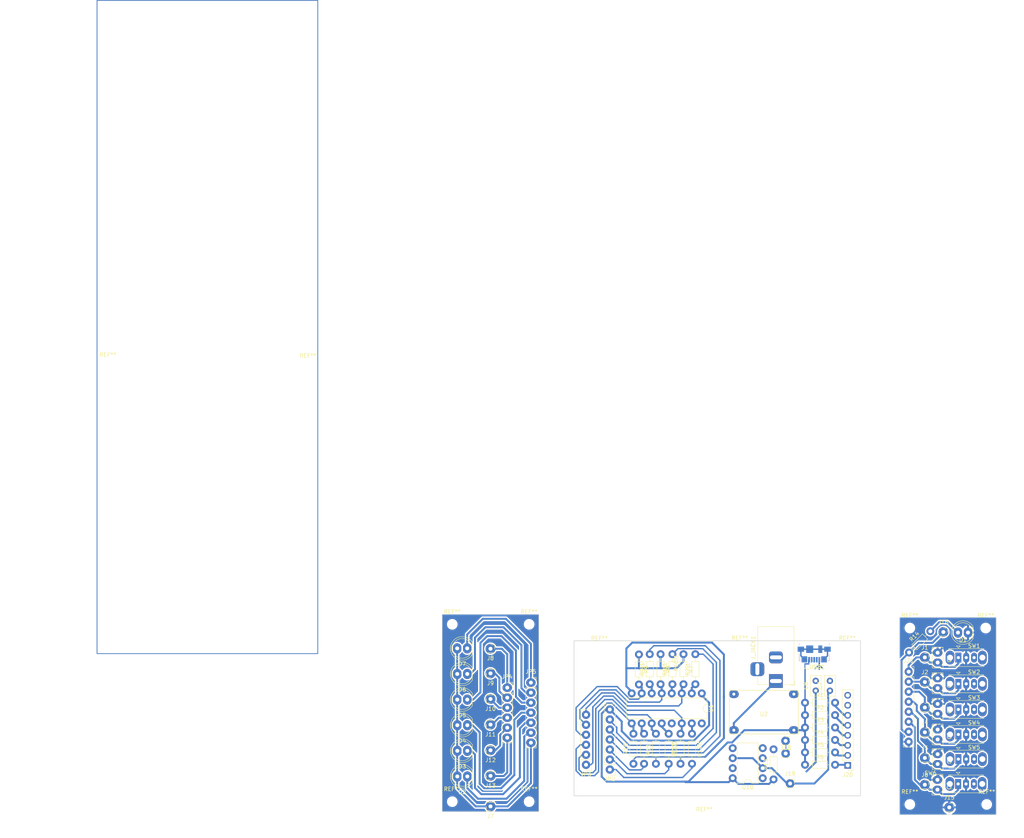
<source format=kicad_pcb>
(kicad_pcb (version 20241229) (generator "pcbnew") (generator_version "9.0")
  (layers (0 "F.Cu" signal) (2 "B.Cu" signal) (13 "F.Paste" user) (15 "B.Paste" user) (5 "F.SilkS" user "F.Silkscreen") (7 "B.SilkS" user "B.Silkscreen") (1 "F.Mask" user) (3 "B.Mask" user) (25 "Edge.Cuts" user))
  (net 0 "")
  (net 1 "GND")
  (net 2 "/PinC1")
  (net 3 "GNDSw")
  (net 4 "/PinC2")
  (net 5 "/PinC3")
  (net 6 "/PinC4")
  (net 7 "/PinC5")
  (net 8 "/PinC6")
  (net 9 "/PinFOut1")
  (net 10 "VCCLed")
  (net 11 "/PinAOut1")
  (net 12 "/PinCOut1")
  (net 13 "/PinDOut1")
  (net 14 "/PinBOut1")
  (net 15 "/PinEOut1")
  (net 16 "VCC_nreg")
  (net 17 "Net-(R7!1-Pad1)")
  (net 18 "/OscOut1")
  (net 19 "/PinR3")
  (net 20 "VCC")
  (net 21 "/PinR4")
  (net 22 "/OscOut")
  (net 23 "/PinR1")
  (net 24 "/PinR6")
  (net 25 "/PinR5")
  (net 26 "/PinR2")
  (net 27 "/PinBIn1")
  (net 28 "/PinAOut")
  (net 29 "/PinDOut")
  (net 30 "/PinCOut")
  (net 31 "/PinEOut")
  (net 32 "/PinFOut")
  (net 33 "/PinBOut")
  (net 34 "/PinDIn")
  (net 35 "/PinFIn")
  (net 36 "/PinEIn")
  (net 37 "/PinBIn")
  (net 38 "/PinCIn")
  (net 39 "/PinAIn")
  (net 40 "/PinAIn1")
  (net 41 "/PinCIn1")
  (net 42 "/PinDIn1")
  (net 43 "/PinFIn1")
  (net 44 "/PinEIn1")
  (net 45 "Net-(U10-CV)")
  (net 46 "/PinPot1")
  (net 48 "/PinPot3")
  (net 49 "Net-(D1-A)")
  (net 50 "unconnected-(J_USB1-Shield-Pad6)")
  (net 54 "Net-(R8!1-Pad1)")
  (net 55 "Net-(R9!1-Pad1)")
  (net 56 "Net-(R10!1-Pad1)")
  (net 57 "Net-(R11!1-Pad1)")
  (net 58 "Net-(R12!1-Pad1)")
  (footprint "Connector_PinSocket_2.00mm:PinSocket_1x01_P2.00mm_Vertical" (layer "F.Cu") (at 142.43 120.955 180)
    (property "Reference" "J13")
    (property "Value" "Vin")
  )
  (footprint "Resistor_THT:R_Axial_DIN0204_L3.6mm_D1.6mm_P7.62mm_Horizontal" (layer "F.Cu") (at 222.235 105.545)
    (property "Reference" "R2")
    (property "Value" "1k Omh")
  )
  (footprint "Resistor_THT:R_Axial_DIN0204_L3.6mm_D1.6mm_P7.62mm_Horizontal" (layer "F.Cu") (at 222.235 111.845)
    (property "Reference" "R4")
    (property "Value" "1k Omh")
  )
  (footprint "Connector_PinSocket_2.00mm:PinSocket_1x01_P2.00mm_Vertical" (layer "F.Cu") (at 217.325 115.275)
    (property "Reference" "J18")
    (property "Value" "OUT")
  )
  (footprint "Resistor_THT:R_Axial_DIN0204_L3.6mm_D1.6mm_P7.62mm_Horizontal" (layer "F.Cu") (at 222.235 102.395)
    (property "Reference" "R1")
    (property "Value" "1k Omh")
  )
  (footprint "Connector_PinSocket_2.00mm:PinSocket_1x01_P2.00mm_Vertical" (layer "F.Cu") (at 252.63 97.155)
    (property "Reference" "J2")
    (property "Value" "Out 5V/0V" (hide yes))
  )
  (footprint "Capacitor_THT:C_Disc_D5.0mm_W2.5mm_P2.50mm" (layer "F.Cu") (at 255.88 115.455 -90)
    (property "Reference" "C5")
    (property "Value" "0,1 uF")
  )
  (footprint "Connector_PinSocket_2.00mm:PinSocket_1x01_P2.00mm_Vertical" (layer "F.Cu") (at 217.3 112.075)
    (property "Reference" "J17" (hide yes))
    (property "Value" "VCC")
  )
  (footprint "Connector_PinHeader_2.54mm:PinHeader_1x07_P2.54mm_Vertical" (layer "F.Cu") (at 172.705 119.355 180)
    (property "Reference" "JP2")
    (property "Value" "Conn_01x07_Pin")
  )
  (footprint "Button_Switch_THT:SW_Slide_SPDT_Straight_CK_OS102011MS2Q" (layer "F.Cu") (at 261.13 90.955)
    (property "Reference" "SW1")
    (property "Value" "SW_SPST")
  )
  (footprint "Connector_PinSocket_2.00mm:PinSocket_1x01_P2.00mm_Vertical" (layer "F.Cu") (at 252.63 116.405)
    (property "Reference" "J5")
    (property "Value" "Out 5V/0V")
  )
  (footprint "MountingHole:MountingHole_2.2mm_M2" (layer "F.Cu") (at 132.73 82.505)
    (property "Reference" "REF**")
    (property "Value" "MountingHole_2.2mm_M2")
  )
  (footprint "Resistor_THT:R_Axial_DIN0204_L3.6mm_D1.6mm_P7.62mm_Horizontal" (layer "F.Cu") (at 184.395 117.895 90)
    (property "Reference" "R11")
    (property "Value" "10k Omh")
  )
  (footprint "Connector_PinSocket_2.00mm:PinSocket_1x01_P2.00mm_Vertical" (layer "F.Cu") (at 258.83 128.955)
    (property "Reference" "J15")
    (property "Value" "Vin")
  )
  (footprint "LED_THT:LED_D5.0mm" (layer "F.Cu") (at 136.53 95.105 180)
    (property "Reference" "D6")
    (property "Value" "LED")
  )
  (footprint "Resistor_THT:R_Axial_DIN0204_L3.6mm_D1.6mm_P7.62mm_Horizontal" (layer "F.Cu") (at 222.235 108.695)
    (property "Reference" "R3")
    (property "Value" "1k Omh")
  )
  (footprint "LED_THT:LED_D5.0mm" (layer "F.Cu") (at 136.545 114.605 180)
    (property "Reference" "D3")
    (property "Value" "LED")
  )
  (footprint "LED_THT:LED_D5.0mm" (layer "F.Cu") (at 136.53 101.605 180)
    (property "Reference" "D5")
    (property "Value" "LED")
  )
  (footprint "Connector_PinSocket_2.54mm:PinSocket_1x06_P2.54mm_Vertical" (layer "F.Cu") (at 146.68 98.58)
    (property "Reference" "JP4")
    (property "Value" "Conn_01x06_Pin")
  )
  (footprint "Resistor_THT:R_Axial_DIN0204_L3.6mm_D1.6mm_P7.62mm_Horizontal" (layer "F.Cu") (at 214.25 121.85 90)
    (property "Reference" "R13")
    (property "Value" "2.7K")
  )
  (footprint "Connector_PinSocket_2.00mm:PinSocket_1x01_P2.00mm_Vertical" (layer "F.Cu") (at 142.43 101.455 180)
    (property "Reference" "J10")
    (property "Value" "Vin")
  )
  (footprint "Package_DIP:DIP-8_W7.62mm" (layer "F.Cu") (at 211.5 121.55 180)
    (property "Reference" "U10")
    (property "Value" "NE555P")
  )
  (footprint "Capacitor_THT:C_Disc_D5.0mm_W2.5mm_P2.50mm" (layer "F.Cu") (at 255.88 89.705 -90)
    (property "Reference" "C1")
    (property "Value" "0,1 uF")
  )
  (footprint "MountingHole:MountingHole_2.2mm_M2" (layer "F.Cu") (at 152.23 127.505)
    (property "Reference" "REF**")
    (property "Value" "MountingHole_2.2mm_M2")
  )
  (footprint "MountingHole:MountingHole_2.2mm_M2" (layer "F.Cu") (at 170.06 89.245)
    (property "Reference" "REF**")
    (property "Value" "MountingHole_2.2mm_M2" (hide yes))
  )
  (footprint "Connector_PinSocket_2.00mm:PinSocket_1x01_P2.00mm_Vertical" (layer "F.Cu") (at 252.63 123.205)
    (property "Reference" "J6")
    (property "Value" "Out 5V/0V" (hide yes))
  )
  (footprint "LED_THT:LED_D5.0mm" (layer "F.Cu") (at 263.58 84.605 180)
    (property "Reference" "D1")
    (property "Value" "LED")
  )
  (footprint "Capacitor_THT:C_Disc_D5.0mm_W2.5mm_P2.50mm" (layer "F.Cu") (at 255.88 102.705 -90)
    (property "Reference" "C3")
    (property "Value" "0,1 uF")
  )
  (footprint "Capacitor_THT:C_Disc_D5.0mm_W2.5mm_P2.50mm" (layer "F.Cu") (at 255.88 96.205 -90)
    (property "Reference" "C2")
    (property "Value" "0,1 uF" (hide yes))
  )
  (footprint "Capacitor_THT:C_Disc_D5.0mm_W2.5mm_P2.50mm" (layer "F.Cu") (at 228.55 99.35 90)
    (property "Reference" "C7")
    (property "Value" "470nF")
  )
  (footprint "Resistor_THT:R_Axial_DIN0204_L3.6mm_D1.6mm_P7.62mm_Horizontal" (layer "F.Cu") (at 222.235 118.145)
    (property "Reference" "R6")
    (property "Value" "1k Omh")
  )
  (footprint "Resistor_THT:R_Axial_DIN0204_L3.6mm_D1.6mm_P7.62mm_Horizontal" (layer "F.Cu") (at 191.395 90.085 -90)
    (property "Reference" "R7")
    (property "Value" "10k Omh")
  )
  (footprint "MountingHole:MountingHole_2.2mm_M2" (layer "F.Cu") (at 268.08 83.455)
    (property "Reference" "REF**")
    (property "Value" "MountingHole_2.2mm_M2")
  )
  (footprint "Resistor_THT:R_Axial_DIN0204_L3.6mm_D1.6mm_P7.62mm_Horizontal" (layer "F.Cu") (at 188.585 97.705 90)
    (property "Reference" "R8!1")
    (property "Value" "470 Omh")
  )
  (footprint "Resistor_THT:R_Axial_DIN0204_L3.6mm_D1.6mm_P7.62mm_Horizontal" (layer "F.Cu") (at 194.405 97.705 90)
    (property "Reference" "R7!1")
    (property "Value" "470 Omh")
  )
  (footprint "Connector_PinSocket_2.00mm:PinSocket_1x01_P2.00mm_Vertical" (layer "F.Cu") (at 252.63 90.905)
    (property "Reference" "J1")
    (property "Value" "Out 5V/0V")
  )
  (footprint "MountingHole:MountingHole_2.2mm_M2" (layer "F.Cu") (at 152.23 82.505)
    (property "Reference" "REF**")
    (property "Value" "MountingHole_2.2mm_M2")
  )
  (footprint "Connector_PinSocket_2.00mm:PinSocket_1x01_P2.00mm_Vertical" (layer "F.Cu") (at 142.43 128.705 180)
    (property "Reference" "J7")
    (property "Value" "Vin")
  )
  (footprint "Connector_PinSocket_2.54mm:PinSocket_1x08_P2.54mm_Vertical" (layer "F.Cu") (at 248.53 94.525)
    (property "Reference" "J21")
    (property "Value" "Conn_01x08_Pin")
  )
  (footprint "Connector_PinHeader_2.54mm:PinHeader_1x08_P2.54mm_Vertical" (layer "F.Cu") (at 233.065 118.285 180)
    (property "Reference" "J20")
    (property "Value" "Conn_01x08_Pin" (hide yes))
  )
  (footprint "Resistor_THT:R_Axial_DIN0204_L3.6mm_D1.6mm_P7.62mm_Horizontal" (layer "F.Cu") (at 185.585 90.085 -90)
    (property "Reference" "R8")
    (property "Value" "10k Omh")
  )
  (footprint "Connector_PinHeader_2.54mm:PinHeader_1x06_P2.54mm_Vertical" (layer "F.Cu") (at 166.665 118.155 180)
    (property "Reference" "JP3")
    (property "Value" "Conn_01x06_Pin")
  )
  (footprint "Capacitor_THT:C_Disc_D5.0mm_W2.5mm_P2.50mm" (layer "F.Cu") (at 255.88 109.205 -90)
    (property "Reference" "C4")
    (property "Value" "0,1 uF")
  )
  (footprint "Button_Switch_THT:SW_Slide_SPDT_Straight_CK_OS102011MS2Q" (layer "F.Cu") (at 261.13 104.105)
    (property "Reference" "SW3")
    (property "Value" "SW_SPST")
  )
  (footprint "Resistor_THT:R_Axial_DIN0204_L3.6mm_D1.6mm_P7.62mm_Horizontal" (layer "F.Cu") (at 248.635924 89.649077 45)
    (property "Reference" "R14")
    (property "Value" "470")
  )
  (footprint "MountingHole:MountingHole_2.2mm_M2" (layer "F.Cu") (at 96.1 17.575)
    (property "Reference" "REF**")
    (property "Value" "MountingHole_2.2mm_M2")
  )
  (footprint "LED_THT:LED_D5.0mm" (layer "F.Cu") (at 136.515 88.605 180)
    (property "Reference" "D7")
    (property "Value" "LED")
  )
  (footprint "Button_Switch_THT:SW_Slide_SPDT_Straight_CK_OS102011MS2Q" (layer "F.Cu") (at 261.08 123.005)
    (property "Reference" "SW6")
    (property "Value" "SW_SPST")
  )
  (footprint "Button_Switch_THT:SW_Slide_SPDT_Straight_CK_OS102011MS2Q" (layer "F.Cu") (at 261.13 97.605)
    (property "Reference" "SW2")
    (property "Value" "SW_SPST")
  )
  (footprint "LED_THT:LED_D5.0mm" (layer "F.Cu") (at 136.545 121.105 180)
    (property "Reference" "D2")
    (property "Value" "LED")
  )
  (footprint "Resistor_THT:R_Axial_DIN0204_L3.6mm_D1.6mm_P7.62mm_Horizontal" (layer "F.Cu") (at 222.235 114.995)
    (property "Reference" "R5")
    (property "Value" "1k Omh")
  )
  (footprint "MountingHole:MountingHole_2.2mm_M2" (layer "F.Cu") (at 248.83 83.455)
    (property "Reference" "REF**")
    (property "Value" "MountingHole_2.2mm_M2")
  )
  (footprint "MountingHole:MountingHole_2.2mm_M2" (layer "F.Cu") (at 205.685 89.195)
    (property "Reference" "REF**")
    (property "Value" "MountingHole_2.2mm_M2" (hide yes))
  )
  (footprint "MountingHole:MountingHole_2.2mm_M2" (layer "F.Cu") (at 132.73 127.505)
    (property "Reference" "REF**")
    (property "Value" "MountingHole_2.2mm_M2")
  )
  (footprint "Button_Switch_THT:SW_Slide_SPDT_Straight_CK_OS102011MS2Q" (layer "F.Cu") (at 261.13 110.455)
    (property "Reference" "SW4")
    (property "Value" "SW_SPST")
  )
  (footprint "Capacitor_THT:C_Disc_D5.0mm_W2.5mm_P2.50mm" (layer "F.Cu") (at 224.95 99.35 90)
    (property "Reference" "C8")
    (property "Value" "10nF")
  )
  (footprint "Resistor_THT:R_Axial_DIN0204_L3.6mm_D1.6mm_P7.62mm_Horizontal" (layer "F.Cu") (at 180.085 90.145 -90)
    (property "Reference" "R9")
    (property "Value" "10k Omh")
  )
  (footprint "Resistor_THT:R_Axial_DIN0204_L3.6mm_D1.6mm_P7.62mm_Horizontal" (layer "F.Cu") (at 181.395 110.275 -90)
    (property "Reference" "R10!1")
    (property "Value" "470 Omh")
  )
  (footprint "Connector_PinSocket_2.00mm:PinSocket_1x01_P2.00mm_Vertical" (layer "F.Cu") (at 142.43 114.455 180)
    (property "Reference" "J12")
    (property "Value" "Vin")
  )
  (footprint "Connector_PinSocket_2.00mm:PinSocket_1x01_P2.00mm_Vertical" (layer "F.Cu") (at 142.43 107.955 180)
    (property "Reference" "J11")
    (property "Value" "Vin")
  )
  (footprint "Connector_PinSocket_2.00mm:PinSocket_1x01_P2.00mm_Vertical" (layer "F.Cu") (at 142.43 94.955 180)
    (property "Reference" "J9")
    (property "Value" "Vin" (hide yes))
  )
  (footprint "Capacitor_THT:C_Disc_D5.0mm_W2.5mm_P2.50mm" (layer "F.Cu") (at 255.83 121.955 -90)
    (property "Reference" "C6")
    (property "Value" "0,1 uF")
  )
  (footprint "Connector_PinSocket_2.00mm:PinSocket_1x01_P2.00mm_Vertical" (layer "F.Cu") (at 252.63 103.605)
    (property "Reference" "J3" (hide yes))
    (property "Value" "Out 5V/0V")
  )
  (footprint "Resistor_THT:R_Axial_DIN0204_L3.6mm_D1.6mm_P7.62mm_Horizontal" (layer "F.Cu") (at 178.695 117.895 90)
    (property "Reference" "R10")
    (property "Value" "10k Omh")
  )
  (footprint "MountingHole:MountingHole_2.2mm_M2" (layer "F.Cu") (at 268.33 128.205)
    (property "Reference" "REF**")
    (property "Value" "MountingHole_2.2mm_M2")
  )
  (footprint "MountingHole:MountingHole_2.2mm_M2" (layer "F.Cu") (at 248.83 128.205)
    (property "Reference" "REF**")
    (property "Value" "MountingHole_2.2mm_M2")
  )
  (footprint "Connector_PinSocket_2.00mm:PinSocket_1x01_P2.00mm_Vertical" (layer "F.Cu") (at 218.45 122.9)
    (property "Reference" "J19")
    (property "Value" "GND")
  )
  (footprint "MountingHole:MountingHole_2.2mm_M2" (layer "F.Cu") (at 45.35 17.325)
    (property "Reference" "REF**")
    (property "Value" "MountingHole_2.2mm_M2")
  )
  (footprint "Connector_PinSocket_2.54mm:PinSocket_1x07_P2.54mm_Vertical" (layer "F.Cu") (at 152.68 97.305)
    (property "Reference" "JP5")
    (property "Value" "Conn_01x07_Pin")
  )
  (footprint "Connector_PinSocket_2.00mm:PinSocket_1x01_P2.00mm_Vertical" (layer "F.Cu") (at 142.43 88.705)
    (property "Reference" "J8")
    (property "Value" "Vin")
  )
  (footprint "Button_Switch_THT:SW_Slide_SPDT_Straight_CK_OS102011MS2Q" (layer "F.Cu") (at 261.13 116.705)
    (property "Reference" "SW5")
    (property "Value" "SW_SPST")
  )
  (footprint "Resistor_THT:R_Axial_DIN0204_L3.6mm_D1.6mm_P7.62mm_Horizontal" (layer "F.Cu") (at 182.835 97.705 90)
    (property "Reference" "R9!1")
    (property "Value" "470 Omh")
  )
  (footprint "Package_DIP:CERDIP-16_W7.62mm_SideBrazed" (layer "F.Cu") (at 196.035 100.025 -90)
    (property "Reference" "U1")
    (property "Value" "4049")
  )
  (footprint "Mini360:Mini360_step-down" (layer "F.Cu") (at 211.785 104.795)
    (property "Reference" "U2")
    (property "Value" "Mini360")
  )
  (footprint "Connector_BarrelJack:BarrelJack_Horizontal" (layer "F.Cu") (at 214.835 96.895 -90)
    (property "Reference" "J_JACK1")
    (property "Value" "Jack-DC")
  )
  (footprint "Resistor_THT:R_Axial_DIN0204_L3.6mm_D1.6mm_P7.62mm_Horizontal" (layer "F.Cu") (at 193.555 110.275 -90)
    (property "Reference" "R12!1")
    (property "Value" "470 Omh")
  )
  (footprint "Connector_PinSocket_2.00mm:PinSocket_1x01_P2.00mm_Vertical" (layer "F.Cu") (at 257.33 84.455)
    (property "Reference" "J16")
    (property "Value" "Vin")
  )
  (footprint "LED_THT:LED_D5.0mm" (layer "F.Cu") (at 136.545 108.105 180)
    (property "Reference" "D4")
    (property "Value" "LED")
  )
  (footprint "MountingHole:MountingHole_2.2mm_M2" (layer "F.Cu") (at 232.96 89.195)
    (property "Reference" "REF**")
    (property "Value" "MountingHole_2.2mm_M2" (hide yes))
  )
  (footprint "Resistor_THT:R_Axial_DIN0204_L3.6mm_D1.6mm_P7.62mm_Horizontal" (layer "F.Cu") (at 187.645 110.275 -90)
    (property "Reference" "R11!1")
    (property "Value" "470 Omh")
  )
  (footprint "Connector_PinSocket_2.00mm:PinSocket_1x01_P2.00mm_Vertical" (layer "F.Cu") (at 252.63 109.905)
    (property "Reference" "J4")
    (property "Value" "Out 5V/0V")
  )
  (footprint "MountingHole:MountingHole_2.2mm_M2" (layer "F.Cu") (at 196.7 132.65)
    (property "Reference" "REF**")
    (property "Value" "MountingHole_2.2mm_M2")
  )
  (footprint "Resistor_THT:R_Axial_DIN0204_L3.6mm_D1.6mm_P7.62mm_Horizontal" (layer "F.Cu") (at 190.645 117.895 90)
    (property "Reference" "R12")
    (property "Value" "10k Omh")
  )
  (footprint "Connector_USB:USB_Micro-B_Molex_47346-0001" (layer "B.Cu") (at 224.56 90.02)
    (property "Reference" "J_USB1")
    (property "Value" "USB_B_Micro")
  )
  (gr_rect (start 42.6 -75.8) (end 98.6 89.95) (stroke (width 0.2)) (fill no) (layer "B.Cu"))
  (gr_rect (start 163.615 86.68) (end 236.3 126.025) (stroke (width 0.15)) (fill no) (layer "Edge.Cuts"))
  (gr_rect (start 246.23 80.78) (end 270.73 130.78) (stroke (width 0.1)) (fill no) (layer "Edge.Cuts"))
  (gr_rect (start 130.18 80.005) (end 154.68 130.005) (stroke (width 0.1)) (fill no) (layer "Edge.Cuts"))
  (segment (start 225.86 91.48) (end 225.86 92.87) (width 0.35) (layer "B.Cu") (net 1))
  (segment (start 201.645 101.145) (end 201.645 100.645) (width 0.5) (layer "B.Cu") (net 1))
  (segment (start 176.895 88.645) (end 176.895 93.645) (width 0.5) (layer "B.Cu") (net 1))
  (segment (start 184.395 117.895) (end 184.395 116.145) (width 0.35) (layer "B.Cu") (net 1))
  (segment (start 185.585 93.585) (end 185.645 93.645) (width 0.5) (layer "B.Cu") (net 1))
  (segment (start 189.645 93.645) (end 185.645 93.645) (width 0.5) (layer "B.Cu") (net 1))
  (segment (start 191.395 90.085) (end 191.395 91.895) (width 0.5) (layer "B.Cu") (net 1))
  (segment (start 225.86 92.87) (end 226.735 93.745) (width 0.35) (layer "B.Cu") (net 1))
  (segment (start 225.86 92.72) (end 224.785 93.795) (width 0.35) (layer "B.Cu") (net 1))
  (segment (start 201.645 111.395) (end 201.645 101.145) (width 0.5) (layer "B.Cu") (net 1))
  (segment (start 180.085 93.585) (end 180.145 93.645) (width 0.5) (layer "B.Cu") (net 1))
  (segment (start 176.895 98.23) (end 176.895 93.645) (width 0.5) (layer "B.Cu") (net 1))
  (segment (start 180.085 90.145) (end 180.085 93.585) (width 0.5) (layer "B.Cu") (net 1))
  (segment (start 184.395 116.145) (end 179.395 116.145) (width 0.35) (layer "B.Cu") (net 1))
  (segment (start 196.895 116.145) (end 201.645 111.395) (width 0.5) (layer "B.Cu") (net 1))
  (segment (start 178.255 99.59) (end 176.895 98.23) (width 0.5) (layer "B.Cu") (net 1))
  (segment (start 201.645 90.155) (end 198.645 87.155) (width 0.5) (layer "B.Cu") (net 1))
  (segment (start 225.86 93.895) (end 225.835 93.92) (width 0.35) (layer "B.Cu") (net 1))
  (segment (start 178.695 116.845) (end 178.695 117.895) (width 0.35) (layer "B.Cu") (net 1))
  (segment (start 179.395 116.145) (end 178.695 116.845) (width 0.35) (layer "B.Cu") (net 1))
  (segment (start 198.645 87.145) (end 178.395 87.145) (width 0.5) (layer "B.Cu") (net 1))
  (segment (start 191.395 91.895) (end 189.645 93.645) (width 0.5) (layer "B.Cu") (net 1))
  (segment (start 178.395 87.145) (end 176.895 88.645) (width 0.5) (layer "B.Cu") (net 1))
  (segment (start 190.645 116.145) (end 184.395 116.145) (width 0.35) (layer "B.Cu") (net 1))
  (segment (start 196.895 116.145) (end 190.645 116.145) (width 0.35) (layer "B.Cu") (net 1))
  (segment (start 185.645 93.645) (end 180.145 93.645) (width 0.5) (layer "B.Cu") (net 1))
  (segment (start 185.585 90.085) (end 185.585 93.585) (width 0.5) (layer "B.Cu") (net 1))
  (segment (start 180.145 93.645) (end 176.895 93.645) (width 0.5) (layer "B.Cu") (net 1))
  (segment (start 190.645 117.895) (end 190.645 116.145) (width 0.35) (layer "B.Cu") (net 1))
  (segment (start 198.645 87.155) (end 198.645 87.145) (width 0.5) (layer "B.Cu") (net 1))
  (segment (start 225.86 93.895) (end 225.86 91.48) (width 0.35) (layer "B.Cu") (net 1))
  (segment (start 201.645 101.145) (end 201.645 90.155) (width 0.5) (layer "B.Cu") (net 1))
  (segment (start 250.48 90.905) (end 252.63 90.905) (width 0.5) (layer "B.Cu") (net 2))
  (segment (start 260.28 93.305) (end 261.13 92.455) (width 0.5) (layer "B.Cu") (net 2))
  (segment (start 248.53 92.855) (end 250.48 90.905) (width 0.5) (layer "B.Cu") (net 2))
  (segment (start 255.88 92.205) (end 255.88 92.955) (width 0.5) (layer "B.Cu") (net 2))
  (segment (start 248.53 94.525) (end 248.53 92.855) (width 0.5) (layer "B.Cu") (net 2))
  (segment (start 255.88 92.205) (end 253.93 92.205) (width 0.5) (layer "B.Cu") (net 2))
  (segment (start 253.93 92.205) (end 252.63 90.905) (width 0.5) (layer "B.Cu") (net 2))
  (segment (start 255.88 92.205) (end 256.98 93.305) (width 0.5) (layer "B.Cu") (net 2))
  (segment (start 261.13 92.455) (end 261.13 90.955) (width 0.5) (layer "B.Cu") (net 2))
  (segment (start 256.98 93.305) (end 260.28 93.305) (width 0.5) (layer "B.Cu") (net 2))
  (segment (start 257.13 101.205) (end 262.58 101.205) (width 0.5) (layer "B.Cu") (net 3))
  (segment (start 255.88 114.955) (end 256.88 113.955) (width 0.5) (layer "B.Cu") (net 3))
  (segment (start 262.58 120.455) (end 263.08 119.955) (width 0.5) (layer "B.Cu") (net 3))
  (segment (start 263.08 107.705) (end 263.08 106.705) (width 0.5) (layer "B.Cu") (net 3))
  (segment (start 262.58 113.955) (end 263.08 113.455) (width 0.5) (layer "B.Cu") (net 3))
  (segment (start 262.58 107.455) (end 263.08 107.955) (width 0.5) (layer "B.Cu") (net 3))
  (segment (start 263.08 119.955) (end 263.08 114.455) (width 0.5) (layer "B.Cu") (net 3))
  (segment (start 258.83 127.205) (end 252.78 127.205) (width 0.5) (layer "B.Cu") (net 3))
  (segment (start 262.63 88.205) (end 263.13 88.705) (width 0.5) (layer "B.Cu") (net 3))
  (segment (start 263.13 90.955) (end 263.13 88.705) (width 0.5) (layer "B.Cu") (net 3))
  (segment (start 267.83 125.705) (end 264.33 125.705) (width 0.5) (layer "B.Cu") (net 3))
  (segment (start 263.38 88.205) (end 263.58 88.205) (width 0.5) (layer "B.Cu") (net 3))
  (segment (start 262.83 107.455) (end 263.08 107.705) (width 0.5) (layer "B.Cu") (net 3))
  (segment (start 268.98 88.205) (end 269.53 88.755) (width 0.5) (layer "B.Cu") (net 3))
  (segment (start 263.08 120.955) (end 263.08 120.455) (width 0.5) (layer "B.Cu") (net 3))
  (segment (start 263.08 113.955) (end 263.08 113.455) (width 0.5) (layer "B.Cu") (net 3))
  (segment (start 262.33 94.455) (end 262.83 94.455) (width 0.5) (layer "B.Cu") (net 3))
  (segment (start 257.38 88.205) (end 262.33 88.205) (width 0.5) (layer "B.Cu") (net 3))
  (segment (start 255.83 121.955) (end 255.83 121.005) (width 0.5) (layer "B.Cu") (net 3))
  (segment (start 262.33 88.205) (end 262.63 88.205) (width 0.5) (layer "B.Cu") (net 3))
  (segment (start 262.58 101.205) (end 263.08 101.705) (width 0.5) (layer "B.Cu") (net 3))
  (segment (start 262.38 120.455) (end 262.58 120.455) (width 0.5) (layer "B.Cu") (net 3))
  (segment (start 263.13 88.655) (end 263.58 88.205) (width 0.5) (layer "B.Cu") (net 3))
  (segment (start 262.58 94.455) (end 263.08 94.955) (width 0.5) (layer "B.Cu") (net 3))
  (segment (start 263.38 88.205) (end 268.98 88.205) (width 0.5) (layer "B.Cu") (net 3))
  (segment (start 262.58 101.205) (end 263.08 100.705) (width 0.5) (layer "B.Cu") (net 3))
  (segment (start 255.88 89.705) (end 257.38 88.205) (width 0.5) (layer "B.Cu") (net 3))
  (segment (start 264.33 125.705) (end 262.83 127.205) (width 0.5) (layer "B.Cu") (net 3))
  (segment (start 257.13 107.455) (end 262.58 107.455) (width 0.5) (layer "B.Cu") (net 3))
  (segment (start 263.08 114.455) (end 263.08 113.955) (width 0.5) (layer "B.Cu") (net 3))
  (segment (start 263.08 123.005) (end 263.08 120.955) (width 0.5) (layer "B.Cu") (net 3))
  (segment (start 262.58 120.455) (end 263.08 120.955) (width 0.5) (layer "B.Cu") (net 3))
  (segment (start 256.88 113.955) (end 262.58 113.955) (width 0.5) (layer "B.Cu") (net 3))
  (segment (start 263.58 84.605) (end 263.58 88.205) (width 0.5) (layer "B.Cu") (net 3))
  (segment (start 269.53 88.755) (end 269.53 124.005) (width 0.5) (layer "B.Cu") (net 3))
  (segment (start 255.88 102.705) (end 255.88 102.455) (width 0.5) (layer "B.Cu") (net 3))
  (segment (start 263.13 88.455) (end 263.38 88.205) (width 0.5) (layer "B.Cu") (net 3))
  (segment (start 263.08 101.205) (end 263.08 100.705) (width 0.5) (layer "B.Cu") (net 3))
  (segment (start 262.58 113.955) (end 263.08 113.955) (width 0.5) (layer "B.Cu") (net 3))
  (segment (start 263.13 88.705) (end 263.13 88.455) (width 0.5) (layer "B.Cu") (net 3))
  (segment (start 262.58 113.955) (end 263.08 114.455) (width 0.5) (layer "B.Cu") (net 3))
  (segment (start 263.08 113.455) (end 263.08 107.955) (width 0.5) (layer "B.Cu") (net 3))
  (segment (start 263.08 107.955) (end 263.08 107.705) (width 0.5) (layer "B.Cu") (net 3))
  (segment (start 263.08 93.955) (end 263.08 91.005) (width 0.5) (layer "B.Cu") (net 3))
  (segment (start 262.83 94.455) (end 263.08 94.705) (width 0.5) (layer "B.Cu") (net 3))
  (segment (start 262.33 94.455) (end 262.58 94.455) (width 0.5) (layer "B.Cu") (net 3))
  (segment (start 252.78 127.205) (end 248.53 122.955) (width 0.5) (layer "B.Cu") (net 3))
  (segment (start 263.08 94.955) (end 263.08 94.705) (width 0.5) (layer "B.Cu") (net 3))
  (segment (start 263.08 94.705) (end 263.08 93.955) (width 0.5) (layer "B.Cu") (net 3))
  (segment (start 255.88 109.205) (end 255.88 108.705) (width 0.5) (layer "B.Cu") (net 3))
  (segment (start 263.13 88.705) (end 263.13 88.655) (width 0.5) (layer "B.Cu") (net 3))
  (segment (start 248.53 122.955) (end 248.53 112.305) (width 0.5) (layer "B.Cu") (net 3))
  (segment (start 255.88 115.455) (end 255.88 114.955) (width 0.5) (layer "B.Cu") (net 3))
  (segment (start 256.38 120.455) (end 262.38 120.455) (width 0.5) (layer "B.Cu") (net 3))
  (segment (start 256.88 94.455) (end 262.33 94.455) (width 0.5) (layer "B.Cu") (net 3))
  (segment (start 263.08 101.705) (end 263.08 101.205) (width 0.5) (layer "B.Cu") (net 3))
  (segment (start 262.58 107.455) (end 263.08 106.955) (width 0.5) (layer "B.Cu") (net 3))
  (segment (start 255.83 121.005) (end 256.38 120.455) (width 0.5) (layer "B.Cu") (net 3))
  (segment (start 262.58 94.455) (end 263.08 93.955) (width 0.5) (layer "B.Cu") (net 3))
  (segment (start 269.53 124.005) (end 267.83 125.705) (width 0.5) (layer "B.Cu") (net 3))
  (segment (start 262.58 107.455) (end 262.83 107.455) (width 0.5) (layer "B.Cu") (net 3))
  (segment (start 263.08 106.955) (end 263.08 106.705) (width 0.5) (layer "B.Cu") (net 3))
  (segment (start 255.88 108.705) (end 257.13 107.455) (width 0.5) (layer "B.Cu") (net 3))
  (segment (start 263.08 106.705) (end 263.08 101.705) (width 0.5) (layer "B.Cu") (net 3))
  (segment (start 255.88 96.205) (end 255.88 95.455) (width 0.5) (layer "B.Cu") (net 3))
  (segment (start 258.83 128.955) (end 258.83 127.205) (width 0.5) (layer "B.Cu") (net 3))
  (segment (start 263.08 120.455) (end 263.08 119.955) (width 0.5) (layer "B.Cu") (net 3))
  (segment (start 262.33 88.205) (end 263.38 88.205) (width 0.5) (layer "B.Cu") (net 3))
  (segment (start 255.88 95.455) (end 256.88 94.455) (width 0.5) (layer "B.Cu") (net 3))
  (segment (start 263.08 100.705) (end 263.08 94.955) (width 0.5) (layer "B.Cu") (net 3))
  (segment (start 262.38 120.455) (end 263.08 120.455) (width 0.5) (layer "B.Cu") (net 3))
  (segment (start 262.83 127.205) (end 258.83 127.205) (width 0.5) (layer "B.Cu") (net 3))
  (segment (start 255.88 102.455) (end 257.13 101.205) (width 0.5) (layer "B.Cu") (net 3))
  (segment (start 262.58 101.205) (end 263.08 101.205) (width 0.5) (layer "B.Cu") (net 3))
  (segment (start 263.08 91.005) (end 263.13 90.955) (width 0.5) (layer "B.Cu") (net 3))
  (segment (start 260.33 100.005) (end 257.18 100.005) (width 0.5) (layer "B.Cu") (net 4))
  (segment (start 252.54 97.065) (end 252.63 97.155) (width 0.5) (layer "B.Cu") (net 4))
  (segment (start 261.13 99.205) (end 260.33 100.005) (width 0.5) (layer "B.Cu") (net 4))
  (segment (start 248.53 97.065) (end 252.54 97.065) (width 0.5) (layer "B.Cu") (net 4))
  (segment (start 257.18 100.005) (end 255.88 98.705) (width 0.5) (layer "B.Cu") (net 4))
  (segment (start 255.88 98.705) (end 254.18 98.705) (width 0.5) (layer "B.Cu") (net 4))
  (segment (start 254.18 98.705) (end 252.63 97.155) (width 0.5) (layer "B.Cu") (net 4))
  (segment (start 261.13 97.605) (end 261.13 99.205) (width 0.5) (layer "B.Cu") (net 4))
  (segment (start 257.13 106.455) (end 260.13 106.455) (width 0.5) (layer "B.Cu") (net 5))
  (segment (start 255.88 105.205) (end 257.13 106.455) (width 0.5) (layer "B.Cu") (net 5))
  (segment (start 248.53 99.605) (end 251.18 99.605) (width 0.5) (layer "B.Cu") (net 5))
  (segment (start 254.23 105.205) (end 252.63 103.605) (width 0.5) (layer "B.Cu") (net 5))
  (segment (start 261.13 105.455) (end 261.13 104.105) (width 0.5) (layer "B.Cu") (net 5))
  (segment (start 255.88 105.205) (end 255.88 105.905) (width 0.5) (layer "B.Cu") (net 5))
  (segment (start 252.63 101.055) (end 252.63 103.605) (width 0.5) (layer "B.Cu") (net 5))
  (segment (start 251.18 99.605) (end 252.63 101.055) (width 0.5) (layer "B.Cu") (net 5))
  (segment (start 255.88 105.205) (end 254.23 105.205) (width 0.5) (layer "B.Cu") (net 5))
  (segment (start 260.13 106.455) (end 261.13 105.455) (width 0.5) (layer "B.Cu") (net 5))
  (segment (start 252.63 109.38) (end 252.63 109.905) (width 0.5) (layer "B.Cu") (net 6))
  (segment (start 252.68 106.555) (end 252.68 109.855) (width 0.5) (layer "B.Cu") (net 6))
  (segment (start 250.58 103.005) (end 250.58 104.455) (width 0.5) (layer "B.Cu") (net 6))
  (segment (start 254.43 111.705) (end 252.63 109.905) (width 0.5) (layer "B.Cu") (net 6))
  (segment (start 255.88 111.705) (end 254.43 111.705) (width 0.5) (layer "B.Cu") (net 6))
  (segment (start 248.53 102.145) (end 248.53 102.405) (width 0.5) (layer "B.Cu") (net 6))
  (segment (start 260.155 112.805) (end 261.13 111.83) (width 0.5) (layer "B.Cu") (net 6))
  (segment (start 256.98 112.805) (end 260.155 112.805) (width 0.5) (layer "B.Cu") (net 6))
  (segment (start 255.88 111.705) (end 256.98 112.805) (width 0.5) (layer "B.Cu") (net 6))
  (segment (start 252.68 109.855) (end 252.63 109.905) (width 0.5) (layer "B.Cu") (net 6))
  (segment (start 250.58 104.455) (end 252.68 106.555) (width 0.5) (layer "B.Cu") (net 6))
  (segment (start 248.53 102.145) (end 249.72 102.145) (width 0.5) (layer "B.Cu") (net 6))
  (segment (start 249.72 102.145) (end 250.58 103.005) (width 0.5) (layer "B.Cu") (net 6))
  (segment (start 255.88 111.705) (end 255.88 112.405) (width 0.5) (layer "B.Cu") (net 6))
  (segment (start 261.13 111.83) (end 261.13 110.455) (width 0.5) (layer "B.Cu") (net 6))
  (segment (start 261.13 118.055) (end 261.13 116.705) (width 0.5) (layer "B.Cu") (net 7))
  (segment (start 252.63 113.855) (end 250.88 112.105) (width 0.5) (layer "B.Cu") (net 7))
  (segment (start 255.88 117.955) (end 257.03 119.105) (width 0.5) (layer "B.Cu") (net 7))
  (segment (start 260.08 119.105) (end 261.13 118.055) (width 0.5) (layer "B.Cu") (net 7))
  (segment (start 250.88 106.505) (end 249.06 104.685) (width 0.5) (layer "B.Cu") (net 7))
  (segment (start 252.63 116.405) (end 252.63 113.855) (width 0.5) (layer "B.Cu") (net 7))
  (segment (start 249.06 104.685) (end 248.68 104.685) (width 0.5) (layer "B.Cu") (net 7))
  (segment (start 254.18 117.955) (end 252.63 116.405) (width 0.5) (layer "B.Cu") (net 7))
  (segment (start 250.88 112.105) (end 250.88 106.505) (width 0.5) (layer "B.Cu") (net 7))
  (segment (start 257.03 119.105) (end 260.08 119.105) (width 0.5) (layer "B.Cu") (net 7))
  (segment (start 255.88 117.955) (end 254.18 117.955) (width 0.5) (layer "B.Cu") (net 7))
  (segment (start 250.08 121.905) (end 251.38 123.205) (width 0.5) (layer "B.Cu") (net 8))
  (segment (start 250.08 108.625) (end 250.08 121.905) (width 0.5) (layer "B.Cu") (net 8))
  (segment (start 259.98 125.605) (end 261.08 124.505) (width 0.5) (layer "B.Cu") (net 8))
  (segment (start 248.68 107.225) (end 250.08 108.625) (width 0.5) (layer "B.Cu") (net 8))
  (segment (start 251.38 123.205) (end 252.63 123.205) (width 0.5) (layer "B.Cu") (net 8))
  (segment (start 256.98 125.605) (end 259.98 125.605) (width 0.5) (layer "B.Cu") (net 8))
  (segment (start 251.88 123.205) (end 252.63 123.205) (width 0.5) (layer "B.Cu") (net 8))
  (segment (start 255.83 124.455) (end 256.98 125.605) (width 0.5) (layer "B.Cu") (net 8))
  (segment (start 253.88 124.455) (end 252.63 123.205) (width 0.5) (layer "B.Cu") (net 8))
  (segment (start 255.83 124.455) (end 253.88 124.455) (width 0.5) (layer "B.Cu") (net 8))
  (segment (start 261.08 124.505) (end 261.08 123.005) (width 0.5) (layer "B.Cu") (net 8))
  (segment (start 140.48 81.105) (end 136.515 85.07) (width 0.5) (layer "B.Cu") (net 9))
  (segment (start 152.68 97.305) (end 152.68 87.455) (width 0.5) (layer "B.Cu") (net 9))
  (segment (start 136.515 85.07) (end 136.515 88.605) (width 0.5) (layer "B.Cu") (net 9))
  (segment (start 152.68 87.455) (end 146.33 81.105) (width 0.5) (layer "B.Cu") (net 9))
  (segment (start 146.33 81.105) (end 140.48 81.105) (width 0.5) (layer "B.Cu") (net 9))
  (segment (start 146.78 128.705) (end 138.68 128.705) (width 0.5) (layer "B.Cu") (net 10))
  (segment (start 133.975 124) (end 133.975 88.605) (width 0.5) (layer "B.Cu") (net 10))
  (segment (start 138.68 128.705) (end 133.975 124) (width 0.5) (layer "B.Cu") (net 10))
  (segment (start 152.68 122.805) (end 146.78 128.705) (width 0.5) (layer "B.Cu") (net 10))
  (segment (start 134.005 101.645) (end 133.975 101.615) (width 0.5) (layer "B.Cu") (net 10))
  (segment (start 152.68 112.545) (end 152.68 122.805) (width 0.5) (layer "B.Cu") (net 10))
  (segment (start 146.48 126.755) (end 139.23 126.755) (width 0.5) (layer "B.Cu") (net 11))
  (segment (start 150.98 111.005) (end 150.98 122.255) (width 0.5) (layer "B.Cu") (net 11))
  (segment (start 136.545 124.07) (end 136.545 121.105) (width 0.5) (layer "B.Cu") (net 11))
  (segment (start 150.98 122.255) (end 146.48 126.755) (width 0.5) (layer "B.Cu") (net 11))
  (segment (start 152.68 110.005) (end 151.98 110.005) (width 0.5) (layer "B.Cu") (net 11))
  (segment (start 151.98 110.005) (end 150.98 111.005) (width 0.5) (layer "B.Cu") (net 11))
  (segment (start 139.23 126.755) (end 136.545 124.07) (width 0.5) (layer "B.Cu") (net 11))
  (segment (start 145.13 124.105) (end 140.83 124.105) (width 0.5) (layer "B.Cu") (net 12))
  (segment (start 139.68 122.955) (end 139.68 109.905) (width 0.5) (layer "B.Cu") (net 12))
  (segment (start 150.26 104.925) (end 148.48 106.705) (width 0.5) (layer "B.Cu") (net 12))
  (segment (start 140.83 124.105) (end 139.68 122.955) (width 0.5) (layer "B.Cu") (net 12))
  (segment (start 148.48 106.705) (end 148.48 120.755) (width 0.5) (layer "B.Cu") (net 12))
  (segment (start 139.68 109.905) (end 137.88 108.105) (width 0.5) (layer "B.Cu") (net 12))
  (segment (start 152.68 104.925) (end 150.26 104.925) (width 0.5) (layer "B.Cu") (net 12))
  (segment (start 148.48 120.755) (end 145.13 124.105) (width 0.5) (layer "B.Cu") (net 12))
  (segment (start 137.88 108.105) (end 136.545 108.105) (width 0.5) (layer "B.Cu") (net 12))
  (segment (start 139.88 99.755671) (end 138.030671 101.605) (width 0.5) (layer "B.Cu") (net 13))
  (segment (start 148.88 100.905) (end 148.88 89.155) (width 0.5) (layer "B.Cu") (net 13))
  (segment (start 138.030671 101.605) (end 136.53 101.605) (width 0.5) (layer "B.Cu") (net 13))
  (segment (start 152.68 102.385) (end 150.36 102.385) (width 0.5) (layer "B.Cu") (net 13))
  (segment (start 150.36 102.385) (end 148.88 100.905) (width 0.5) (layer "B.Cu") (net 13))
  (segment (start 141.58 85.505) (end 139.88 87.205) (width 0.5) (layer "B.Cu") (net 13))
  (segment (start 139.88 87.205) (end 139.88 99.755671) (width 0.5) (layer "B.Cu") (net 13))
  (segment (start 148.88 89.155) (end 145.23 85.505) (width 0.5) (layer "B.Cu") (net 13))
  (segment (start 145.23 85.505) (end 141.58 85.505) (width 0.5) (layer "B.Cu") (net 13))
  (segment (start 137.58 114.605) (end 136.545 114.605) (width 0.5) (layer "B.Cu") (net 14))
  (segment (start 151.32 107.465) (end 149.88 108.905) (width 0.5) (layer "B.Cu") (net 14))
  (segment (start 138.48 115.505) (end 137.58 114.605) (width 0.5) (layer "B.Cu") (net 14))
  (segment (start 149.88 108.905) (end 149.88 121.355) (width 0.5) (layer "B.Cu") (net 14))
  (segment (start 152.68 107.465) (end 151.32 107.465) (width 0.5) (layer "B.Cu") (net 14))
  (segment (start 140.08 125.605) (end 138.48 124.005) (width 0.5) (layer "B.Cu") (net 14))
  (segment (start 145.63 125.605) (end 140.08 125.605) (width 0.5) (layer "B.Cu") (net 14))
  (segment (start 149.88 121.355) (end 145.63 125.605) (width 0.5) (layer "B.Cu") (net 14))
  (segment (start 138.48 124.005) (end 138.48 115.505) (width 0.5) (layer "B.Cu") (net 14))
  (segment (start 150.28 98.705) (end 150.28 87.804999) (width 0.5) (layer "B.Cu") (net 15))
  (segment (start 150.28 87.804999) (end 145.730001 83.255) (width 0.5) (layer "B.Cu") (net 15))
  (segment (start 141.13 83.255) (end 138.48 85.905) (width 0.5) (layer "B.Cu") (net 15))
  (segment (start 138.48 85.905) (end 138.48 93.905) (width 0.5) (layer "B.Cu") (net 15))
  (segment (start 152.68 99.845) (end 151.42 99.845) (width 0.5) (layer "B.Cu") (net 15))
  (segment (start 137.28 95.105) (end 136.53 95.105) (width 0.5) (layer "B.Cu") (net 15))
  (segment (start 145.730001 83.255) (end 141.13 83.255) (width 0.5) (layer "B.Cu") (net 15))
  (segment (start 151.42 99.845) (end 150.28 98.705) (width 0.5) (layer "B.Cu") (net 15))
  (segment (start 138.48 93.905) (end 137.28 95.105) (width 0.5) (layer "B.Cu") (net 15))
  (segment (start 204.045 109.135) (end 204.045 109.935) (width 0.5) (layer "B.Cu") (net 16))
  (segment (start 204.165 107.565) (end 204.165 109.365) (width 0.5) (layer "B.Cu") (net 16))
  (segment (start 215.985 97.545) (end 215.985 96.87) (width 0.5) (layer "B.Cu") (net 16))
  (segment (start 214.835 96.895) (end 204.165 107.565) (width 0.5) (layer "B.Cu") (net 16))
  (segment (start 193.495 100.025) (end 193.495 98.615) (width 0.5) (layer "B.Cu") (net 17))
  (segment (start 193.495 98.615) (end 194.405 97.705) (width 0.5) (layer "B.Cu") (net 17))
  (segment (start 247.34 109.765) (end 246.73 109.155) (width 0.5) (layer "B.Cu") (net 18))
  (segment (start 257.33 84.455) (end 254.58 87.205) (width 0.5) (layer "B.Cu") (net 18))
  (segment (start 248.68 109.765) (end 247.34 109.765) (width 0.5) (layer "B.Cu") (net 18))
  (segment (start 246.73 91.555001) (end 248.635924 89.649077) (width 0.5) (layer "B.Cu") (net 18))
  (segment (start 246.73 109.155) (end 246.73 91.555001) (width 0.5) (layer "B.Cu") (net 18))
  (segment (start 254.58 87.205) (end 251.080001 87.205) (width 0.5) (layer "B.Cu") (net 18))
  (segment (start 251.080001 87.205) (end 248.635924 89.649077) (width 0.5) (layer "B.Cu") (net 18))
  (segment (start 231.795 110.665) (end 233.065 110.665) (width 0.5) (layer "B.Cu") (net 19))
  (segment (start 231.795 110.635) (end 231.795 110.665) (width 0.5) (layer "B.Cu") (net 19))
  (segment (start 229.855 108.695) (end 231.795 110.635) (width 0.5) (layer "B.Cu") (net 19))
  (segment (start 221.565 109.365) (end 222.235 108.695) (width 0.5) (layer "B.Cu") (net 20))
  (segment (start 172.705 104.135) (end 175.725 107.155) (width 0.5) (layer "B.Cu") (net 20))
  (segment (start 222.235 113.545) (end 222.235 118.145) (width 0.5) (layer "B.Cu") (net 20))
  (segment (start 203.726 112.479) (end 205.1525 111.0525) (width 0.5) (layer "B.Cu") (net 20))
  (segment (start 222.205 113.035) (end 222.235 113.005) (width 0.5) (layer "B.Cu") (net 20))
  (segment (start 219.405 109.365) (end 221.31 109.365) (width 0.5) (layer "B.Cu") (net 20))
  (segment (start 205.331 123.001) (end 203.88 121.55) (width 0.5) (layer "B.Cu") (net 20))
  (segment (start 196.035 100.535) (end 196.035 99.59) (width 0.5) (layer "B.Cu") (net 20))
  (segment (start 172.705 104.115) (end 172.705 104.135) (width 0.5) (layer "B.Cu") (net 20))
  (segment (start 221.31 109.365) (end 221.565 109.365) (width 0.5) (layer "B.Cu") (net 20))
  (segment (start 170.645 105.145) (end 171.675 104.115) (width 0.5) (layer "B.Cu") (net 20))
  (segment (start 219.285 109.935) (end 218.795 109.445) (width 0.5) (layer "B.Cu") (net 20))
  (segment (start 222.235 113.005) (end 222.235 109.845) (width 0.5) (layer "B.Cu") (net 20))
  (segment (start 213.099 123.001) (end 205.331 123.001) (width 0.5) (layer "B.Cu") (net 20))
  (segment (start 221.755 109.365) (end 222.235 109.845) (width 0.5) (layer "B.Cu") (net 20))
  (segment (start 197.895 108.145) (end 197.895 102.395) (width 0.5) (layer "B.Cu") (net 20))
  (segment (start 171.675 104.115) (end 172.705 104.115) (width 0.5) (layer "B.Cu") (net 20))
  (segment (start 222.235 113.005) (end 222.235 113.545) (width 0.5) (layer "B.Cu") (net 20))
  (segment (start 223.161 92.546) (end 222.235 92.546) (width 0.35) (layer "B.Cu") (net 20))
  (segment (start 170.645 121.155) (end 170.645 105.145) (width 0.5) (layer "B.Cu") (net 20))
  (segment (start 175.725 109.6) (end 178.13 112.005) (width 0.5) (layer "B.Cu") (net 20))
  (segment (start 222.235 102.395) (end 222.235 109.475) (width 0.5) (layer "B.Cu") (net 20))
  (segment (start 214.25 121.85) (end 213.099 123.001) (width 0.5) (layer "B.Cu") (net 20))
  (segment (start 223.26 91.48) (end 223.161 91.579) (width 0.35) (layer "B.Cu") (net 20))
  (segment (start 175.725 107.155) (end 175.725 109.6) (width 0.5) (layer "B.Cu") (net 20))
  (segment (start 222.235 113.505) (end 222.235 113.545) (width 0.5) (layer "B.Cu") (net 20))
  (segment (start 203.88 121.55) (end 202.88 122.55) (width 0.5) (layer "B.Cu") (net 20))
  (segment (start 222.235 109.845) (end 222.235 108.695) (width 0.5) (layer "B.Cu") (net 20))
  (segment (start 197.895 102.395) (end 196.035 100.535) (width 0.5) (layer "B.Cu") (net 20))
  (segment (start 202.88 122.55) (end 191.88 122.55) (width 0.5) (layer "B.Cu") (net 20))
  (segment (start 205.1525 111.0525) (end 206.84 109.365) (width 0.5) (layer "B.Cu") (net 20))
  (segment (start 191.88 122.55) (end 191.75 122.42) (width 0.5) (layer "B.Cu") (net 20))
  (segment (start 191.75 122.42) (end 192.66 122.42) (width 0.5) (layer "B.Cu") (net 20))
  (segment (start 221.31 109.365) (end 221.755 109.365) (width 0.5) (layer "B.Cu") (net 20))
  (segment (start 178.13 112.005) (end 194.035 112.005) (width 0.5) (layer "B.Cu") (net 20))
  (segment (start 202.601 112.479) (end 203.726 112.479) (width 0.5) (layer "B.Cu") (net 20))
  (segment (start 223.161 91.579) (end 223.161 92.546) (width 0.35) (layer "B.Cu") (net 20))
  (segment (start 194.035 112.005) (end 197.895 108.145) (width 0.5) (layer "B.Cu") (net 20))
  (segment (start 192.66 122.42) (end 202.601 112.479) (width 0.5) (layer "B.Cu") (net 20))
  (segment (start 171.91 122.42) (end 170.645 121.155) (width 0.5) (layer "B.Cu") (net 20))
  (segment (start 222.235 92.546) (end 222.235 102.395) (width 0.35) (layer "B.Cu") (net 20))
  (segment (start 191.75 122.42) (end 171.91 122.42) (width 0.5) (layer "B.Cu") (net 20))
  (segment (start 206.84 109.365) (end 219.405 109.365) (width 0.5) (layer "B.Cu") (net 20))
  (segment (start 233.025 113.165) (end 233.065 113.205) (width 0.5) (layer "B.Cu") (net 21))
  (segment (start 229.855 111.845) (end 231.175 113.165) (width 0.5) (layer "B.Cu") (net 21))
  (segment (start 231.175 113.165) (end 233.025 113.165) (width 0.5) (layer "B.Cu") (net 21))
  (segment (start 233.065 112.985) (end 233.065 113.205) (width 0.5) (layer "B.Cu") (net 21))
  (segment (start 232.215 105.585) (end 233.065 105.585) (width 0.5) (layer "B.Cu") (net 23))
  (segment (start 229.855 102.395) (end 229.855 103.225) (width 0.5) (layer "B.Cu") (net 23))
  (segment (start 229.855 103.225) (end 232.215 105.585) (width 0.5) (layer "B.Cu") (net 23))
  (segment (start 229.855 118.145) (end 232.925 118.145) (width 0.5) (layer "B.Cu") (net 24))
  (segment (start 232.925 118.145) (end 233.065 118.285) (width 0.5) (layer "B.Cu") (net 24))
  (segment (start 229.855 114.995) (end 230.665 115.805) (width 0.5) (layer "B.Cu") (net 25))
  (segment (start 232.895 115.745) (end 233.065 115.745) (width 0.5) (layer "B.Cu") (net 25))
  (segment (start 233.005 115.805) (end 233.065 115.745) (width 0.5) (layer "B.Cu") (net 25))
  (segment (start 230.665 115.805) (end 233.005 115.805) (width 0.5) (layer "B.Cu") (net 25))
  (segment (start 229.855 105.895) (end 232.085 108.125) (width 0.5) (layer "B.Cu") (net 26))
  (segment (start 229.855 105.545) (end 229.855 105.895) (width 0.5) (layer "B.Cu") (net 26))
  (segment (start 232.085 108.125) (end 233.065 108.125) (width 0.5) (layer "B.Cu") (net 26))
  (segment (start 144.88 110.54) (end 146.68 108.74) (width 0.5) (layer "B.Cu") (net 27))
  (segment (start 144.88 113.255) (end 144.88 110.54) (width 0.5) (layer "B.Cu") (net 27))
  (segment (start 142.43 114.455) (end 143.68 114.455) (width 0.5) (layer "B.Cu") (net 27))
  (segment (start 143.68 114.455) (end 144.88 113.255) (width 0.5) (layer "B.Cu") (net 27))
  (segment (start 172.705 106.915) (end 174.465 108.675) (width 0.35) (layer "B.Cu") (net 28))
  (segment (start 198.905 92.58) (end 196.41 90.085) (width 0.35) (layer "B.Cu") (net 28))
  (segment (start 196.41 90.085) (end 194.405 90.085) (width 0.35) (layer "B.Cu") (net 28))
  (segment (start 174.465 110.015) (end 177.655 113.205) (width 0.35) (layer "B.Cu") (net 28))
  (segment (start 174.465 108.675) (end 174.465 110.015) (width 0.35) (layer "B.Cu") (net 28))
  (segment (start 177.655 113.205) (end 194.628694 113.205) (width 0.35) (layer "B.Cu") (net 28))
  (segment (start 172.705 106.655) (end 172.705 106.915) (width 0.35) (layer "B.Cu") (net 28))
  (segment (start 198.905 108.928694) (end 198.905 92.58) (width 0.35) (layer "B.Cu") (net 28))
  (segment (start 194.628694 113.205) (end 198.905 108.928694) (width 0.35) (layer "B.Cu") (net 28))
  (segment (start 172.775 114.275) (end 172.775 114.535) (width 0.35) (layer "B.Cu") (net 29))
  (segment (start 181.395 118.685) (end 181.395 117.895) (width 0.35) (layer "B.Cu") (net 29))
  (segment (start 172.775 114.535) (end 177.685 119.445) (width 0.35) (layer "B.Cu") (net 29))
  (segment (start 180.635 119.445) (end 181.395 118.685) (width 0.35) (layer "B.Cu") (net 29))
  (segment (start 177.685 119.445) (end 180.635 119.445) (width 0.35) (layer "B.Cu") (net 29))
  (segment (start 172.705 114.275) (end 172.775 114.275) (width 0.5) (layer "B.Cu") (net 29))
  (segment (start 176.075 115.105) (end 172.705 111.735) (width 0.35) (layer "B.Cu") (net 30))
  (segment (start 196.935 87.945) (end 200.645 91.655) (width 0.35) (layer "B.Cu") (net 30))
  (segment (start 182.835 88.955) (end 183.845 87.945) (width 0.35) (layer "B.Cu") (net 30))
  (segment (start 196.405 115.105) (end 176.075 115.105) (width 0.35) (layer "B.Cu") (net 30))
  (segment (start 182.835 90.085) (end 182.835 88.955) (width 0.35) (layer "B.Cu") (net 30))
  (segment (start 200.645 110.865) (end 196.405 115.105) (width 0.35) (layer "B.Cu") (net 30))
  (segment (start 183.845 87.945) (end 196.935 87.945) (width 0.35) (layer "B.Cu") (net 30))
  (segment (start 200.645 91.655) (end 200.645 110.865) (width 0.35) (layer "B.Cu") (net 30))
  (segment (start 187.645 119.395) (end 186.645 120.395) (width 0.35) (layer "B.Cu") (net 31))
  (segment (start 173.455 116.815) (end 172.705 116.815) (width 0.35) (layer "B.Cu") (net 31))
  (segment (start 186.645 120.395) (end 177.035 120.395) (width 0.35) (layer "B.Cu") (net 31))
  (segment (start 187.645 117.895) (end 187.645 119.395) (width 0.35) (layer "B.Cu") (net 31))
  (segment (start 177.035 120.395) (end 173.455 116.815) (width 0.35) (layer "B.Cu") (net 31))
  (segment (start 174.245 119.355) (end 172.705 119.355) (width 0.35) (layer "B.Cu") (net 32))
  (segment (start 191.17 121.37) (end 176.26 121.37) (width 0.35) (layer "B.Cu") (net 32))
  (segment (start 193.555 117.895) (end 193.555 118.985) (width 0.35) (layer "B.Cu") (net 32))
  (segment (start 193.555 118.985) (end 191.17 121.37) (width 0.35) (layer "B.Cu") (net 32))
  (segment (start 176.26 121.37) (end 174.245 119.355) (width 0.35) (layer "B.Cu") (net 32))
  (segment (start 193.645 117.545) (end 193.555 117.455) (width 0.5) (layer "B.Cu") (net 32))
  (segment (start 195.390693 114.309307) (end 177.409307 114.309307) (width 0.35) (layer "B.Cu") (net 33))
  (segment (start 196.26 88.67) (end 199.745 92.155) (width 0.35) (layer "B.Cu") (net 33))
  (segment (start 199.745 92.155) (end 199.745 109.955) (width 0.35) (layer "B.Cu") (net 33))
  (segment (start 172.705 109.605) (end 172.705 109.195) (width 0.35) (layer "B.Cu") (net 33))
  (segment (start 190 88.67) (end 196.26 88.67) (width 0.35) (layer "B.Cu") (net 33))
  (segment (start 177.409307 114.309307) (end 172.705 109.605) (width 0.35) (layer "B.Cu") (net 33))
  (segment (start 172.705 109.195) (end 172.705 110.035) (width 0.35) (layer "B.Cu") (net 33))
  (segment (start 188.585 90.085) (end 190 88.67) (width 0.35) (layer "B.Cu") (net 33))
  (segment (start 199.745 109.955) (end 195.390693 114.309307) (width 0.35) (layer "B.Cu") (net 33))
  (segment (start 178.695 108.085) (end 178.255 107.645) (width 0.5) (layer "B.Cu") (net 34))
  (segment (start 177.96 107.21) (end 178.255 107.21) (width 0.5) (layer "B.Cu") (net 34))
  (segment (start 164.145 119.645) (end 165.395 120.895) (width 0.35) (layer "B.Cu") (net 34))
  (segment (start 178.255 107.54) (end 178.255 107.645) (width 0.35) (layer "B.Cu") (net 34))
  (segment (start 166.665 113.075) (end 165.215 113.075) (width 0.35) (layer "B.Cu") (net 34))
  (segment (start 164.145 114.145) (end 164.145 119.645) (width 0.35) (layer "B.Cu") (net 34))
  (segment (start 165.215 113.075) (end 164.145 114.145) (width 0.35) (layer "B.Cu") (net 34))
  (segment (start 173.21 102.495) (end 178.255 107.54) (width 0.35) (layer "B.Cu") (net 34))
  (segment (start 178.695 107.65) (end 178.255 107.21) (width 0.5) (layer "B.Cu") (net 34))
  (segment (start 165.395 120.895) (end 168.845 120.895) (width 0.35) (layer "B.Cu") (net 34))
  (segment (start 172.01 102.495) (end 173.21 102.495) (width 0.35) (layer "B.Cu") (net 34))
  (segment (start 169.846 119.894) (end 169.846 104.659) (width 0.35) (layer "B.Cu") (net 34))
  (segment (start 178.695 110.275) (end 178.695 108.085) (width 0.5) (layer "B.Cu") (net 34))
  (segment (start 168.845 120.895) (end 169.846 119.894) (width 0.35) (layer "B.Cu") (net 34))
  (segment (start 178.255 107.645) (end 178.255 107.505) (width 0.5) (layer "B.Cu") (net 34))
  (segment (start 169.846 104.659) (end 172.01 102.495) (width 0.35) (layer "B.Cu") (net 34))
  (segment (start 166.665 118.155) (end 167.885 118.155) (width 0.35) (layer "B.Cu") (net 35))
  (segment (start 190.955 106.205) (end 190.955 107.645) (width 0.35) (layer "B.Cu") (net 35))
  (segment (start 190.955 107.21) (end 190.645 107.52) (width 0.5) (layer "B.Cu") (net 35))
  (segment (start 167.885 118.155) (end 168.395 117.645) (width 0.35) (layer "B.Cu") (net 35))
  (segment (start 168.395 103.4575) (end 171.1375 100.715) (width 0.35) (layer "B.Cu") (net 35))
  (segment (start 168.395 117.645) (end 168.395 103.4575) (width 0.35) (layer "B.Cu") (net 35))
  (segment (start 190.955 107.645) (end 190.955 109.965) (width 0.5) (layer "B.Cu") (net 35))
  (segment (start 189.07 104.32) (end 190.955 106.205) (width 0.35) (layer "B.Cu") (net 35))
  (segment (start 171.1375 100.715) (end 173.5575 100.715) (width 0.35) (layer "B.Cu") (net 35))
  (segment (start 173.5575 100.715) (end 177.1625 104.32) (width 0.35) (layer "B.Cu") (net 35))
  (segment (start 190.955 109.965) (end 190.645 110.275) (width 0.5) (layer "B.Cu") (net 35))
  (segment (start 177.1625 104.32) (end 189.07 104.32) (width 0.35) (layer "B.Cu") (net 35))
  (segment (start 169.145 103.895) (end 171.445 101.595) (width 0.35) (layer "B.Cu") (net 36))
  (segment (start 165.675 115.615) (end 164.895 116.395) (width 0.35) (layer "B.Cu") (net 36))
  (segment (start 164.895 116.395) (end 164.895 119.403636) (width 0.35) (layer "B.Cu") (net 36))
  (segment (start 169.145 119.395) (end 169.145 103.895) (width 0.35) (layer "B.Cu") (net 36))
  (segment (start 173.405 101.595) (end 177.28 105.47) (width 0.35) (layer "B.Cu") (net 36))
  (segment (start 166.665 115.615) (end 165.675 115.615) (width 0.35) (layer "B.Cu") (net 36))
  (segment (start 177.28 105.47) (end 182.22 105.47) (width 0.35) (layer "B.Cu") (net 36))
  (segment (start 164.895 119.403636) (end 165.636364 120.145) (width 0.35) (layer "B.Cu") (net 36))
  (segment (start 183.335 107.645) (end 183.335 109.215) (width 0.5) (layer "B.Cu") (net 36))
  (segment (start 165.636364 120.145) (end 168.395 120.145) (width 0.35) (layer "B.Cu") (net 36))
  (segment (start 183.335 109.215) (end 184.395 110.275) (width 0.5) (layer "B.Cu") (net 36))
  (segment (start 171.445 101.595) (end 173.405 101.595) (width 0.35) (layer "B.Cu") (net 36))
  (segment (start 168.395 120.145) (end 169.145 119.395) (width 0.35) (layer "B.Cu") (net 36))
  (segment (start 182.22 105.47) (end 183.335 106.585) (width 0.35) (layer "B.Cu") (net 36))
  (segment (start 183.335 106.585) (end 183.335 107.645) (width 0.35) (layer "B.Cu") (net 36))
  (segment (start 170.135 99.155) (end 174.27 99.155) (width 0.35) (layer "B.Cu") (net 37))
  (segment (start 185.875 100.025) (end 185.875 97.995) (width 0.5) (layer "B.Cu") (net 37))
  (segment (start 165.145 106.475) (end 165.145 104.145) (width 0.35) (layer "B.Cu") (net 37))
  (segment (start 185.875 97.995) (end 185.585 97.705) (width 0.5) (layer "B.Cu") (net 37))
  (segment (start 166.665 107.995) (end 165.145 106.475) (width 0.35) (layer "B.Cu") (net 37))
  (segment (start 185.875 101.665) (end 185.875 99.59) (width 0.35) (layer "B.Cu") (net 37))
  (segment (start 165.145 104.145) (end 170.135 99.155) (width 0.35) (layer "B.Cu") (net 37))
  (segment (start 185.915 98.035) (end 185.585 97.705) (width 0.5) (layer "B.Cu") (net 37))
  (segment (start 174.27 99.155) (end 177.36 102.245) (width 0.35) (layer "B.Cu") (net 37))
  (segment (start 185.295 102.245) (end 185.875 101.665) (width 0.35) (layer "B.Cu") (net 37))
  (segment (start 177.36 102.245) (end 185.295 102.245) (width 0.35) (layer "B.Cu") (net 37))
  (segment (start 165.285 110.535) (end 164.145 109.395) (width 0.35) (layer "B.Cu") (net 38))
  (segment (start 169.485 98.305) (end 174.57 98.305) (width 0.35) (layer "B.Cu") (net 38))
  (segment (start 180.795 100.025) (end 180.795 98.475) (width 0.5) (layer "B.Cu") (net 38))
  (segment (start 166.665 110.535) (end 165.285 110.535) (width 0.35) (layer "B.Cu") (net 38))
  (segment (start 164.145 103.645) (end 169.485 98.305) (width 0.35) (layer "B.Cu") (net 38))
  (segment (start 180.795 98.475) (end 180.085 97.765) (width 0.5) (layer "B.Cu") (net 38))
  (segment (start 174.57 98.305) (end 177.76 101.495) (width 0.35) (layer "B.Cu") (net 38))
  (segment (start 180.795 100.645) (end 180.795 100.025) (width 0.35) (layer "B.Cu") (net 38))
  (segment (start 177.76 101.495) (end 179.945 101.495) (width 0.35) (layer "B.Cu") (net 38))
  (segment (start 164.145 109.395) (end 164.145 103.645) (width 0.35) (layer "B.Cu") (net 38))
  (segment (start 179.945 101.495) (end 180.795 100.645) (width 0.35) (layer "B.Cu") (net 38))
  (segment (start 170.615 99.925) (end 173.89 99.925) (width 0.35) (layer "B.Cu") (net 39))
  (segment (start 173.89 99.925) (end 177.18 103.215) (width 0.35) (layer "B.Cu") (net 39))
  (segment (start 190.955 100.025) (end 190.955 98.145) (width 0.5) (layer "B.Cu") (net 39))
  (segment (start 190.165 103.215) (end 190.955 102.425) (width 0.35) (layer "B.Cu") (net 39))
  (segment (start 166.665 103.875) (end 170.615 99.925) (width 0.35) (layer "B.Cu") (net 39))
  (segment (start 190.955 98.145) (end 191.395 97.705) (width 0.5) (layer "B.Cu") (net 39))
  (segment (start 190.955 102.425) (end 190.955 100.025) (width 0.35) (layer "B.Cu") (net 39))
  (segment (start 166.665 105.455) (end 166.665 103.875) (width 0.35) (layer "B.Cu") (net 39))
  (segment (start 177.18 103.215) (end 190.165 103.215) (width 0.35) (layer "B.Cu") (net 39))
  (segment (start 142.43 120.955) (end 142.48 121.005) (width 0.5) (layer "B.Cu") (net 40))
  (segment (start 145.78 121.005) (end 146.68 120.105) (width 0.5) (layer "B.Cu") (net 40))
  (segment (start 146.68 120.105) (end 146.68 111.28) (width 0.5) (layer "B.Cu") (net 40))
  (segment (start 142.48 121.005) (end 145.78 121.005) (width 0.5) (layer "B.Cu") (net 40))
  (segment (start 142.48 108.005) (end 142.755 108.005) (width 0.5) (layer "B.Cu") (net 41))
  (segment (start 142.43 107.955) (end 142.48 108.005) (width 0.5) (layer "B.Cu") (net 41))
  (segment (start 144.56 106.2) (end 142.755 108.005) (width 0.5) (layer "B.Cu") (net 41))
  (segment (start 146.68 106.2) (end 144.56 106.2) (width 0.5) (layer "B.Cu") (net 41))
  (segment (start 142.43 101.455) (end 142.43 101.505) (width 0.5) (layer "B.Cu") (net 42))
  (segment (start 144.585 103.66) (end 146.68 103.66) (width 0.5) (layer "B.Cu") (net 42))
  (segment (start 142.43 101.455) (end 142.7925 101.8175) (width 0.5) (layer "B.Cu") (net 42))
  (segment (start 142.43 101.505) (end 144.585 103.66) (width 0.5) (layer "B.Cu") (net 42))
  (segment (start 145.28 88.705) (end 142.43 88.705) (width 0.5) (layer "B.Cu") (net 43))
  (segment (start 146.68 90.105) (end 145.28 88.705) (width 0.5) (layer "B.Cu") (net 43))
  (segment (start 146.68 98.58) (end 146.68 90.105) (width 0.5) (layer "B.Cu") (net 43))
  (segment (start 142.43 94.955) (end 143.53 94.955) (width 0.5) (layer "B.Cu") (net 44))
  (segment (start 144.68 96.105) (end 144.68 99.505) (width 0.5) (layer "B.Cu") (net 44))
  (segment (start 146.295 101.12) (end 146.68 101.12) (width 0.5) (layer "B.Cu") (net 44))
  (segment (start 144.68 99.505) (end 146.295 101.12) (width 0.5) (layer "B.Cu") (net 44))
  (segment (start 143.53 94.955) (end 144.68 96.105) (width 0.5) (layer "B.Cu") (net 44))
  (segment (start 224.95 99.35) (end 224.95 117.482024) (width 0.5) (layer "B.Cu") (net 45))
  (segment (start 224.95 117.482024) (end 222.582024 119.85) (width 0.5) (layer "B.Cu") (net 45))
  (segment (start 217.325 112.1) (end 217.3 112.075) (width 0.35) (layer "B.Cu") (net 46))
  (segment (start 217.325 115.275) (end 217.325 112.1) (width 0.35) (layer "B.Cu") (net 46))
  (segment (start 217.33 112.525) (end 217.3 112.495) (width 0.35) (layer "B.Cu") (net 46))
  (segment (start 217.3 112.495) (end 216.95 112.145) (width 0.35) (layer "B.Cu") (net 46))
  (segment (start 228.1 99.8) (end 228.1 119.4) (width 0.5) (layer "B.Cu") (net 48))
  (segment (start 211.5 119.01) (end 208.96 116.47) (width 0.5) (layer "B.Cu") (net 48))
  (segment (start 217.7 122.9) (end 218.45 122.9) (width 0.5) (layer "B.Cu") (net 48))
  (segment (start 224.6 122.9) (end 218.45 122.9) (width 0.5) (layer "B.Cu") (net 48))
  (segment (start 228.1 119.4) (end 224.6 122.9) (width 0.5) (layer "B.Cu") (net 48))
  (segment (start 228.55 99.35) (end 228.1 99.8) (width 0.5) (layer "B.Cu") (net 48))
  (segment (start 213.81 119.01) (end 217.7 122.9) (width 0.5) (layer "B.Cu") (net 48))
  (segment (start 211.5 119.01) (end 213.81 119.01) (width 0.5) (layer "B.Cu") (net 48))
  (segment (start 208.96 116.47) (end 203.88 116.47) (width 0.5) (layer "B.Cu") (net 48))
  (segment (start 256.330001 81.955) (end 254.024078 84.260923) (width 0.5) (layer "B.Cu") (net 49))
  (segment (start 261.04 84.605) (end 258.39 81.955) (width 0.5) (layer "B.Cu") (net 49))
  (segment (start 258.39 81.955) (end 256.330001 81.955) (width 0.5) (layer "B.Cu") (net 49))
  (segment (start 221.185 88.82) (end 221.185 90.5075) (width 0.35) (layer "B.Cu") (net 50))
  (segment (start 227.935 88.82) (end 227.935 90.5075) (width 0.35) (layer "B.Cu") (net 50))
  (segment (start 221.185 90.5075) (end 222.0725 91.395) (width 0.35) (layer "B.Cu") (net 50))
  (segment (start 221.185 88.82) (end 227.935 88.82) (width 0.35) (layer "B.Cu") (net 50))
  (segment (start 227.935 90.5075) (end 227.0475 91.395) (width 0.35) (layer "B.Cu") (net 50))
  (segment (start 188.585 99.42) (end 188.415 99.59) (width 0.5) (layer "B.Cu") (net 54))
  (segment (start 188.415 97.875) (end 188.585 97.705) (width 0.5) (layer "B.Cu") (net 54))
  (segment (start 188.415 100.025) (end 188.415 97.875) (width 0.5) (layer "B.Cu") (net 54))
  (segment (start 183.335 98.205) (end 182.835 97.705) (width 0.5) (layer "B.Cu") (net 55))
  (segment (start 183.335 100.025) (end 183.335 98.205) (width 0.5) (layer "B.Cu") (net 55))
  (segment (start 180.795 109.675) (end 181.395 110.275) (width 0.5) (layer "B.Cu") (net 56))
  (segment (start 180.795 107.645) (end 180.795 109.675) (width 0.5) (layer "B.Cu") (net 56))
  (segment (start 181.395 107.81) (end 180.795 107.21) (width 0.5) (layer "B.Cu") (net 56))
  (segment (start 185.875 108.505) (end 187.645 110.275) (width 0.5) (layer "B.Cu") (net 57))
  (segment (start 185.875 107.645) (end 185.875 108.505) (width 0.5) (layer "B.Cu") (net 57))
  (segment (start 193.555 107.705) (end 193.495 107.645) (width 0.5) (layer "B.Cu") (net 58))
  (segment (start 193.555 107.27) (end 193.495 107.21) (width 0.5) (layer "B.Cu") (net 58))
  (segment (start 193.555 110.275) (end 193.555 107.705) (width 0.5) (layer "B.Cu") (net 58))
  (zone (net 0) (net_name "") (layer "B.Cu") (priority 2) (connect_pads (clearance 0.35)) (min_thickness 0.25) (fill yes (thermal_gap 0.5) (thermal_bridge_width 0.5) (island_removal_mode 1) (island_area_min 10))
    (polygon (pts (xy 130.18 80.005) (xy 154.68 80.005) (xy 154.68 130.005) (xy 130.18 130.005)))
  )
  (zone (net 3) (net_name "GNDSw") (layer "B.Cu") (priority 1) (connect_pads (clearance 0.35)) (min_thickness 0.25) (fill yes (thermal_gap 0.5) (thermal_bridge_width 0.5))
    (polygon (pts (xy 270.705 80.78) (xy 270.73 130.805) (xy 246.23 130.78) (xy 246.255 80.78)))
  )
)
</source>
